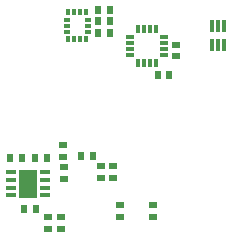
<source format=gbp>
G04*
G04 #@! TF.GenerationSoftware,Altium Limited,Altium Designer,22.10.1 (41)*
G04*
G04 Layer_Color=128*
%FSLAX44Y44*%
%MOMM*%
G71*
G04*
G04 #@! TF.SameCoordinates,4435170C-8FAF-4430-8920-974BABAA59A2*
G04*
G04*
G04 #@! TF.FilePolarity,Positive*
G04*
G01*
G75*
%ADD19R,0.3000X0.9900*%
%ADD21R,0.7000X0.6000*%
%ADD22R,0.6000X0.7000*%
%ADD73R,0.3000X0.8000*%
%ADD74R,0.8000X0.3000*%
%ADD75R,1.6500X2.4500*%
%ADD76R,0.8500X0.3500*%
%ADD77R,0.6000X0.3000*%
%ADD78R,0.3000X0.6000*%
D19*
X925000Y750950D02*
D03*
X920000D02*
D03*
X915000D02*
D03*
Y767050D02*
D03*
X920000D02*
D03*
X925000D02*
D03*
D21*
X821000Y638000D02*
D03*
Y648000D02*
D03*
X776000Y595000D02*
D03*
Y605000D02*
D03*
X787000Y595000D02*
D03*
Y605000D02*
D03*
X885000Y741000D02*
D03*
Y751000D02*
D03*
X790000Y647000D02*
D03*
Y637000D02*
D03*
X789000Y656000D02*
D03*
Y666000D02*
D03*
X831000Y648000D02*
D03*
Y638000D02*
D03*
X865000Y605000D02*
D03*
Y615000D02*
D03*
X837500Y605000D02*
D03*
Y615000D02*
D03*
D22*
X744000Y655000D02*
D03*
X754000D02*
D03*
X818500Y760500D02*
D03*
X828500D02*
D03*
X818500Y780500D02*
D03*
X828500D02*
D03*
X818500Y770500D02*
D03*
X828500D02*
D03*
X869000Y725000D02*
D03*
X879000D02*
D03*
X766000Y612000D02*
D03*
X756000D02*
D03*
X775000Y655000D02*
D03*
X765000D02*
D03*
X804000Y657000D02*
D03*
X814000D02*
D03*
D73*
X852500Y735500D02*
D03*
X857500D02*
D03*
X862500D02*
D03*
X867500D02*
D03*
Y764500D02*
D03*
X862500D02*
D03*
X857500D02*
D03*
X852500D02*
D03*
D74*
X874500Y742500D02*
D03*
Y747500D02*
D03*
Y752500D02*
D03*
Y757500D02*
D03*
X845500D02*
D03*
Y752500D02*
D03*
Y747500D02*
D03*
Y742500D02*
D03*
D75*
X759000Y633000D02*
D03*
D76*
X744500Y642750D02*
D03*
Y636250D02*
D03*
Y629750D02*
D03*
Y623250D02*
D03*
X773500D02*
D03*
Y629750D02*
D03*
Y636250D02*
D03*
Y642750D02*
D03*
D77*
X792000Y772000D02*
D03*
Y767000D02*
D03*
Y762000D02*
D03*
X810000D02*
D03*
Y767000D02*
D03*
Y772000D02*
D03*
D78*
X793500Y755500D02*
D03*
X798500D02*
D03*
X803500D02*
D03*
X808500D02*
D03*
Y778500D02*
D03*
X803500D02*
D03*
X798500D02*
D03*
X793500D02*
D03*
M02*

</source>
